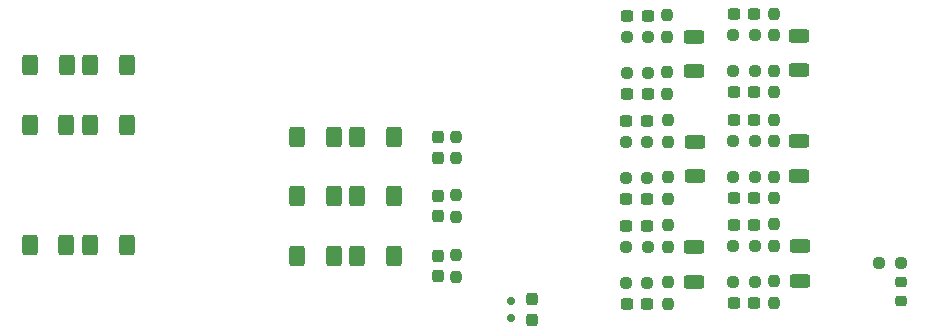
<source format=gbp>
G04 #@! TF.GenerationSoftware,KiCad,Pcbnew,7.0.0-da2b9df05c~163~ubuntu22.04.1*
G04 #@! TF.CreationDate,2023-02-25T14:43:59+01:00*
G04 #@! TF.ProjectId,power_board,706f7765-725f-4626-9f61-72642e6b6963,rev?*
G04 #@! TF.SameCoordinates,Original*
G04 #@! TF.FileFunction,Paste,Bot*
G04 #@! TF.FilePolarity,Positive*
%FSLAX46Y46*%
G04 Gerber Fmt 4.6, Leading zero omitted, Abs format (unit mm)*
G04 Created by KiCad (PCBNEW 7.0.0-da2b9df05c~163~ubuntu22.04.1) date 2023-02-25 14:43:59*
%MOMM*%
%LPD*%
G01*
G04 APERTURE LIST*
G04 Aperture macros list*
%AMRoundRect*
0 Rectangle with rounded corners*
0 $1 Rounding radius*
0 $2 $3 $4 $5 $6 $7 $8 $9 X,Y pos of 4 corners*
0 Add a 4 corners polygon primitive as box body*
4,1,4,$2,$3,$4,$5,$6,$7,$8,$9,$2,$3,0*
0 Add four circle primitives for the rounded corners*
1,1,$1+$1,$2,$3*
1,1,$1+$1,$4,$5*
1,1,$1+$1,$6,$7*
1,1,$1+$1,$8,$9*
0 Add four rect primitives between the rounded corners*
20,1,$1+$1,$2,$3,$4,$5,0*
20,1,$1+$1,$4,$5,$6,$7,0*
20,1,$1+$1,$6,$7,$8,$9,0*
20,1,$1+$1,$8,$9,$2,$3,0*%
G04 Aperture macros list end*
%ADD10RoundRect,0.237500X-0.237500X0.300000X-0.237500X-0.300000X0.237500X-0.300000X0.237500X0.300000X0*%
%ADD11RoundRect,0.250000X-0.400000X-0.625000X0.400000X-0.625000X0.400000X0.625000X-0.400000X0.625000X0*%
%ADD12RoundRect,0.237500X-0.300000X-0.237500X0.300000X-0.237500X0.300000X0.237500X-0.300000X0.237500X0*%
%ADD13RoundRect,0.250000X0.625000X-0.312500X0.625000X0.312500X-0.625000X0.312500X-0.625000X-0.312500X0*%
%ADD14RoundRect,0.237500X-0.250000X-0.237500X0.250000X-0.237500X0.250000X0.237500X-0.250000X0.237500X0*%
%ADD15RoundRect,0.237500X-0.237500X0.250000X-0.237500X-0.250000X0.237500X-0.250000X0.237500X0.250000X0*%
%ADD16RoundRect,0.218750X0.256250X-0.218750X0.256250X0.218750X-0.256250X0.218750X-0.256250X-0.218750X0*%
%ADD17RoundRect,0.237500X0.237500X-0.300000X0.237500X0.300000X-0.237500X0.300000X-0.237500X-0.300000X0*%
%ADD18RoundRect,0.150000X0.200000X-0.150000X0.200000X0.150000X-0.200000X0.150000X-0.200000X-0.150000X0*%
%ADD19RoundRect,0.237500X0.250000X0.237500X-0.250000X0.237500X-0.250000X-0.237500X0.250000X-0.237500X0*%
G04 APERTURE END LIST*
D10*
G04 #@! TO.C,C5*
X152496000Y-108509000D03*
X152496000Y-110234000D03*
G04 #@! TD*
D11*
G04 #@! TO.C,R5*
X123006000Y-97448000D03*
X126106000Y-97448000D03*
G04 #@! TD*
D12*
G04 #@! TO.C,C48*
X168397500Y-97079000D03*
X170122500Y-97079000D03*
G04 #@! TD*
G04 #@! TO.C,C47*
X168397500Y-103683000D03*
X170122500Y-103683000D03*
G04 #@! TD*
D11*
G04 #@! TO.C,R9*
X140532000Y-108534400D03*
X143632000Y-108534400D03*
G04 #@! TD*
G04 #@! TO.C,R7*
X140532000Y-98476000D03*
X143632000Y-98476000D03*
G04 #@! TD*
D13*
G04 #@! TO.C,R78*
X174164666Y-92888000D03*
X174164666Y-89963000D03*
G04 #@! TD*
D12*
G04 #@! TO.C,C45*
X168476166Y-94789000D03*
X170201166Y-94789000D03*
G04 #@! TD*
D13*
G04 #@! TO.C,R65*
X183103000Y-110648500D03*
X183103000Y-107723500D03*
G04 #@! TD*
D14*
G04 #@! TO.C,R76*
X177465000Y-110710000D03*
X179290000Y-110710000D03*
G04 #@! TD*
D11*
G04 #@! TO.C,R2*
X117900000Y-97460000D03*
X121000000Y-97460000D03*
G04 #@! TD*
D12*
G04 #@! TO.C,C39*
X177493166Y-94666000D03*
X179218166Y-94666000D03*
G04 #@! TD*
D11*
G04 #@! TO.C,R12*
X145612000Y-108534400D03*
X148712000Y-108534400D03*
G04 #@! TD*
D14*
G04 #@! TO.C,R74*
X177443166Y-101867000D03*
X179268166Y-101867000D03*
G04 #@! TD*
D15*
G04 #@! TO.C,R82*
X171878666Y-88138000D03*
X171878666Y-89963000D03*
G04 #@! TD*
D13*
G04 #@! TO.C,R79*
X174213000Y-101778000D03*
X174213000Y-98853000D03*
G04 #@! TD*
D15*
G04 #@! TO.C,R69*
X180895666Y-97017500D03*
X180895666Y-98842500D03*
G04 #@! TD*
G04 #@! TO.C,R14*
X154020000Y-103379000D03*
X154020000Y-105204000D03*
G04 #@! TD*
G04 #@! TO.C,R15*
X154020000Y-108459000D03*
X154020000Y-110284000D03*
G04 #@! TD*
D11*
G04 #@! TO.C,R8*
X140532000Y-103429000D03*
X143632000Y-103429000D03*
G04 #@! TD*
D14*
G04 #@! TO.C,R75*
X177443166Y-98819000D03*
X179268166Y-98819000D03*
G04 #@! TD*
D10*
G04 #@! TO.C,C3*
X152496000Y-98476000D03*
X152496000Y-100201000D03*
G04 #@! TD*
D12*
G04 #@! TO.C,C44*
X177515000Y-105884000D03*
X179240000Y-105884000D03*
G04 #@! TD*
D13*
G04 #@! TO.C,R63*
X183054666Y-92826500D03*
X183054666Y-89901500D03*
G04 #@! TD*
D12*
G04 #@! TO.C,C49*
X168424000Y-112573000D03*
X170149000Y-112573000D03*
G04 #@! TD*
D15*
G04 #@! TO.C,R83*
X171927000Y-101881500D03*
X171927000Y-103706500D03*
G04 #@! TD*
G04 #@! TO.C,R81*
X171878666Y-92987500D03*
X171878666Y-94812500D03*
G04 #@! TD*
D16*
G04 #@! TO.C,D2*
X191638000Y-112332500D03*
X191638000Y-110757500D03*
G04 #@! TD*
D15*
G04 #@! TO.C,R84*
X171927000Y-97055500D03*
X171927000Y-98880500D03*
G04 #@! TD*
D14*
G04 #@! TO.C,R92*
X168374000Y-107747000D03*
X170199000Y-107747000D03*
G04 #@! TD*
D11*
G04 #@! TO.C,R1*
X117926000Y-92380000D03*
X121026000Y-92380000D03*
G04 #@! TD*
D14*
G04 #@! TO.C,R90*
X168347500Y-98857000D03*
X170172500Y-98857000D03*
G04 #@! TD*
D15*
G04 #@! TO.C,R70*
X180917500Y-110686500D03*
X180917500Y-112511500D03*
G04 #@! TD*
D13*
G04 #@! TO.C,R80*
X174112500Y-110733500D03*
X174112500Y-107808500D03*
G04 #@! TD*
D17*
G04 #@! TO.C,C2*
X160396000Y-113931500D03*
X160396000Y-112206500D03*
G04 #@! TD*
D12*
G04 #@! TO.C,C43*
X177515000Y-112488000D03*
X179240000Y-112488000D03*
G04 #@! TD*
D13*
G04 #@! TO.C,R64*
X183054666Y-101744000D03*
X183054666Y-98819000D03*
G04 #@! TD*
D11*
G04 #@! TO.C,R4*
X123032000Y-92368000D03*
X126132000Y-92368000D03*
G04 #@! TD*
D18*
G04 #@! TO.C,D1*
X158618000Y-112369000D03*
X158618000Y-113769000D03*
G04 #@! TD*
D14*
G04 #@! TO.C,R77*
X177465000Y-107662000D03*
X179290000Y-107662000D03*
G04 #@! TD*
G04 #@! TO.C,R73*
X177443166Y-89840000D03*
X179268166Y-89840000D03*
G04 #@! TD*
D11*
G04 #@! TO.C,R6*
X123006000Y-107608000D03*
X126106000Y-107608000D03*
G04 #@! TD*
D14*
G04 #@! TO.C,R91*
X168350500Y-110795000D03*
X170175500Y-110795000D03*
G04 #@! TD*
D11*
G04 #@! TO.C,R3*
X117900000Y-107620000D03*
X121000000Y-107620000D03*
G04 #@! TD*
D12*
G04 #@! TO.C,C46*
X168476166Y-88185000D03*
X170201166Y-88185000D03*
G04 #@! TD*
G04 #@! TO.C,C40*
X177493166Y-88062000D03*
X179218166Y-88062000D03*
G04 #@! TD*
G04 #@! TO.C,C42*
X177519666Y-97041000D03*
X179244666Y-97041000D03*
G04 #@! TD*
D14*
G04 #@! TO.C,R87*
X168426166Y-93011000D03*
X170251166Y-93011000D03*
G04 #@! TD*
D19*
G04 #@! TO.C,R22*
X191661500Y-109132000D03*
X189836500Y-109132000D03*
G04 #@! TD*
D15*
G04 #@! TO.C,R66*
X180895666Y-92864500D03*
X180895666Y-94689500D03*
G04 #@! TD*
D14*
G04 #@! TO.C,R89*
X168347500Y-101905000D03*
X170172500Y-101905000D03*
G04 #@! TD*
D15*
G04 #@! TO.C,R67*
X180895666Y-88038500D03*
X180895666Y-89863500D03*
G04 #@! TD*
G04 #@! TO.C,R13*
X154020000Y-98426000D03*
X154020000Y-100251000D03*
G04 #@! TD*
G04 #@! TO.C,R85*
X171953500Y-110771500D03*
X171953500Y-112596500D03*
G04 #@! TD*
D12*
G04 #@! TO.C,C50*
X168397500Y-105969000D03*
X170122500Y-105969000D03*
G04 #@! TD*
D14*
G04 #@! TO.C,R88*
X168426166Y-89963000D03*
X170251166Y-89963000D03*
G04 #@! TD*
G04 #@! TO.C,R72*
X177443166Y-92888000D03*
X179268166Y-92888000D03*
G04 #@! TD*
D12*
G04 #@! TO.C,C41*
X177493166Y-103645000D03*
X179218166Y-103645000D03*
G04 #@! TD*
D15*
G04 #@! TO.C,R71*
X180917500Y-105860500D03*
X180917500Y-107685500D03*
G04 #@! TD*
G04 #@! TO.C,R86*
X171953500Y-105945500D03*
X171953500Y-107770500D03*
G04 #@! TD*
D11*
G04 #@! TO.C,R11*
X145612000Y-103429000D03*
X148712000Y-103429000D03*
G04 #@! TD*
D15*
G04 #@! TO.C,R68*
X180895666Y-101843500D03*
X180895666Y-103668500D03*
G04 #@! TD*
D10*
G04 #@! TO.C,C4*
X152496000Y-103429000D03*
X152496000Y-105154000D03*
G04 #@! TD*
D11*
G04 #@! TO.C,R10*
X145612000Y-98476000D03*
X148712000Y-98476000D03*
G04 #@! TD*
M02*

</source>
